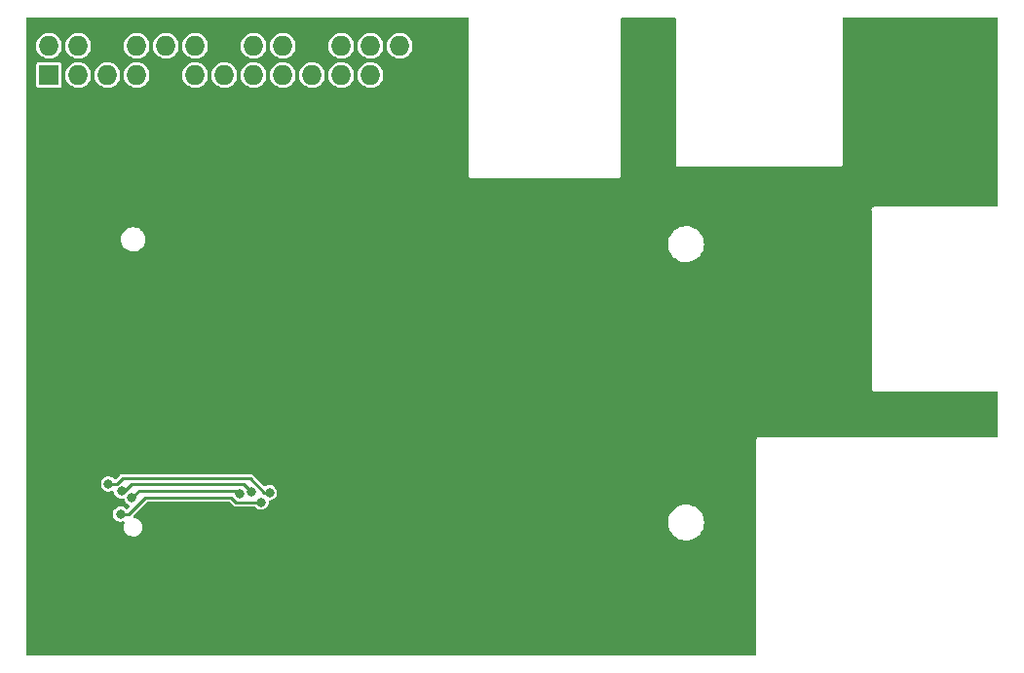
<source format=gbl>
%TF.GenerationSoftware,KiCad,Pcbnew,(5.99.0-9004-gab34d94f36)*%
%TF.CreationDate,2021-02-18T22:09:59+01:00*%
%TF.ProjectId,pi-hat-lorawan-gateway-minipci,70692d68-6174-42d6-9c6f-726177616e2d,rev?*%
%TF.SameCoordinates,PX88da2e0PYac9d740*%
%TF.FileFunction,Copper,L2,Bot*%
%TF.FilePolarity,Positive*%
%FSLAX46Y46*%
G04 Gerber Fmt 4.6, Leading zero omitted, Abs format (unit mm)*
G04 Created by KiCad (PCBNEW (5.99.0-9004-gab34d94f36)) date 2021-02-18 22:09:59*
%MOMM*%
%LPD*%
G01*
G04 APERTURE LIST*
%TA.AperFunction,ComponentPad*%
%ADD10R,1.727200X1.727200*%
%TD*%
%TA.AperFunction,ComponentPad*%
%ADD11O,1.727200X1.727200*%
%TD*%
%TA.AperFunction,ViaPad*%
%ADD12C,0.800000*%
%TD*%
%TA.AperFunction,Conductor*%
%ADD13C,0.254000*%
%TD*%
G04 APERTURE END LIST*
D10*
%TO.P,Con1,1,1*%
%TO.N,3V3*%
X-37050000Y106550000D03*
D11*
%TO.P,Con1,2,2*%
%TO.N,5V*%
X-37050000Y109090000D03*
%TO.P,Con1,3,3*%
%TO.N,/GPIO0(SDA)*%
X-34510000Y106550000D03*
%TO.P,Con1,4,4*%
%TO.N,5V*%
X-34510000Y109090000D03*
%TO.P,Con1,5,5*%
%TO.N,/GPIO1(SCL)*%
X-31970000Y106550000D03*
%TO.P,Con1,6,6*%
%TO.N,GND*%
X-31970000Y109090000D03*
%TO.P,Con1,7,7*%
%TO.N,N/C*%
X-29430000Y106550000D03*
%TO.P,Con1,8,8*%
X-29430000Y109090000D03*
%TO.P,Con1,9,9*%
%TO.N,GND*%
X-26890000Y106550000D03*
%TO.P,Con1,10,10*%
%TO.N,N/C*%
X-26890000Y109090000D03*
%TO.P,Con1,11,11*%
X-24350000Y106550000D03*
%TO.P,Con1,12,12*%
X-24350000Y109090000D03*
%TO.P,Con1,13,13*%
X-21810000Y106550000D03*
%TO.P,Con1,14,14*%
%TO.N,GND*%
X-21810000Y109090000D03*
%TO.P,Con1,15,15*%
%TO.N,N/C*%
X-19270000Y106550000D03*
%TO.P,Con1,16,16*%
%TO.N,/GPIO23*%
X-19270000Y109090000D03*
%TO.P,Con1,17,17*%
%TO.N,3V3*%
X-16730000Y106550000D03*
%TO.P,Con1,18,18*%
%TO.N,N/C*%
X-16730000Y109090000D03*
%TO.P,Con1,19,19*%
%TO.N,/GPIO10(MOSI)*%
X-14190000Y106550000D03*
%TO.P,Con1,20,20*%
%TO.N,GND*%
X-14190000Y109090000D03*
%TO.P,Con1,21,21*%
%TO.N,/GPIO9(MISO)*%
X-11650000Y106550000D03*
%TO.P,Con1,22,22*%
%TO.N,/GPIO25*%
X-11650000Y109090000D03*
%TO.P,Con1,23,23*%
%TO.N,/GPIO11(SCLK)*%
X-9110000Y106550000D03*
%TO.P,Con1,24,24*%
%TO.N,/GPIO8(CE0)*%
X-9110000Y109090000D03*
%TO.P,Con1,25,25*%
%TO.N,GND*%
X-6570000Y106550000D03*
%TO.P,Con1,26,26*%
%TO.N,N/C*%
X-6570000Y109090000D03*
%TD*%
D12*
%TO.N,GND*%
X-30190000Y95610000D03*
X-31110000Y96640000D03*
X-27490000Y65560000D03*
X-22760000Y67040000D03*
X-22140000Y65770000D03*
X-22670000Y73170000D03*
X-22520000Y75760000D03*
X-22320000Y78330000D03*
X-15680000Y88980000D03*
X-23150000Y83860000D03*
X-21840000Y85280000D03*
X-21100000Y88350000D03*
X-29490000Y101670000D03*
X-28900000Y97280000D03*
X-31730000Y90370000D03*
X-34250000Y83900000D03*
X-28720000Y86700000D03*
X-29100000Y88350000D03*
X-21740000Y68390000D03*
X-12960000Y92170000D03*
X-13380000Y86530000D03*
X-8630000Y89220000D03*
X-8780000Y96940000D03*
X-19350000Y95990000D03*
%TO.N,/GPIO11(SCLK)*%
X-17890000Y70240000D03*
X-31880000Y70990000D03*
%TO.N,/GPIO8(CE0)*%
X-30830000Y68380000D03*
X-18620000Y69410000D03*
%TO.N,/GPIO9(MISO)*%
X-19420000Y70270000D03*
X-30755595Y70372929D03*
%TO.N,/GPIO10(MOSI)*%
X-20487506Y70145655D03*
X-29840000Y69800000D03*
%TO.N,GND*%
X-27420000Y81590000D03*
X-31500224Y75500211D03*
X-14047010Y99047681D03*
X-30920000Y79040000D03*
X-23110000Y90010000D03*
X-19930000Y103080000D03*
X-23250000Y96700000D03*
X-21730000Y99710000D03*
X-18970000Y103840000D03*
X-16450000Y93140000D03*
X-26030000Y103220000D03*
X-24980000Y104130000D03*
X-22260000Y93780000D03*
X-30990000Y76790000D03*
X-29140000Y93760000D03*
%TD*%
D13*
%TO.N,/GPIO11(SCLK)*%
X-17890000Y70240000D02*
X-18340000Y70240000D01*
X-31140000Y70990000D02*
X-31880000Y70990000D01*
X-18340000Y70240000D02*
X-19580000Y71480000D01*
X-19580000Y71480000D02*
X-30650000Y71480000D01*
X-30650000Y71480000D02*
X-31140000Y70990000D01*
%TO.N,/GPIO9(MISO)*%
X-19420000Y70270000D02*
X-20100000Y70950000D01*
X-20100000Y70950000D02*
X-29860000Y70950000D01*
X-29860000Y70950000D02*
X-30437071Y70372929D01*
X-30437071Y70372929D02*
X-30755595Y70372929D01*
%TO.N,/GPIO8(CE0)*%
X-30830000Y68380000D02*
X-30120000Y68380000D01*
X-30120000Y68380000D02*
X-28670000Y69830000D01*
X-28670000Y69830000D02*
X-21200000Y69830000D01*
X-21200000Y69830000D02*
X-20780000Y69410000D01*
X-20780000Y69410000D02*
X-18620000Y69410000D01*
%TO.N,/GPIO10(MOSI)*%
X-20751851Y70410000D02*
X-20487506Y70145655D01*
X-29840000Y69800000D02*
X-29230000Y70410000D01*
X-29230000Y70410000D02*
X-20751851Y70410000D01*
%TO.N,/GPIO9(MISO)*%
X-11670000Y106530000D02*
X-11650000Y106550000D01*
%TD*%
%TA.AperFunction,Conductor*%
%TO.N,GND*%
G36*
X13929382Y111579555D02*
G01*
X15139618Y111578405D01*
X17290122Y111576361D01*
X17358221Y111556294D01*
X17404663Y111502594D01*
X17416000Y111450361D01*
X17416000Y98867547D01*
X17413579Y98842967D01*
X17411000Y98830000D01*
X17416000Y98804863D01*
X17430715Y98730885D01*
X17437609Y98720567D01*
X17437610Y98720565D01*
X17479966Y98657175D01*
X17486859Y98646859D01*
X17497175Y98639966D01*
X17560565Y98597610D01*
X17560567Y98597609D01*
X17570885Y98590715D01*
X17670000Y98571000D01*
X17682171Y98573421D01*
X17682173Y98573421D01*
X17682967Y98573579D01*
X17707547Y98576000D01*
X31642453Y98576000D01*
X31667033Y98573579D01*
X31667827Y98573421D01*
X31667829Y98573421D01*
X31680000Y98571000D01*
X31779115Y98590715D01*
X31789433Y98597609D01*
X31789435Y98597610D01*
X31852825Y98639966D01*
X31863141Y98646859D01*
X31870034Y98657175D01*
X31912390Y98720565D01*
X31912391Y98720567D01*
X31919285Y98730885D01*
X31934000Y98804863D01*
X31939000Y98830000D01*
X31936421Y98842967D01*
X31934000Y98867547D01*
X31934000Y111450000D01*
X31954002Y111518121D01*
X32007658Y111564614D01*
X32060000Y111576000D01*
X45310000Y111576000D01*
X45378121Y111555998D01*
X45424614Y111502342D01*
X45436000Y111450000D01*
X45436000Y95210000D01*
X45415998Y95141879D01*
X45362342Y95095386D01*
X45310000Y95084000D01*
X34727547Y95084000D01*
X34702967Y95086421D01*
X34702173Y95086579D01*
X34702171Y95086579D01*
X34690000Y95089000D01*
X34664863Y95084000D01*
X34590885Y95069285D01*
X34580567Y95062391D01*
X34580565Y95062390D01*
X34517175Y95020034D01*
X34506859Y95013141D01*
X34499966Y95002825D01*
X34457610Y94939435D01*
X34457609Y94939433D01*
X34450715Y94929115D01*
X34431000Y94830000D01*
X34433421Y94817829D01*
X34433421Y94817827D01*
X34433579Y94817033D01*
X34436000Y94792453D01*
X34436000Y79337547D01*
X34433579Y79312967D01*
X34431000Y79300000D01*
X34436000Y79274863D01*
X34450715Y79200885D01*
X34457609Y79190567D01*
X34457610Y79190565D01*
X34499966Y79127175D01*
X34506859Y79116859D01*
X34517175Y79109966D01*
X34580565Y79067610D01*
X34580567Y79067609D01*
X34590885Y79060715D01*
X34690000Y79041000D01*
X34702171Y79043421D01*
X34702173Y79043421D01*
X34702967Y79043579D01*
X34727547Y79046000D01*
X45310000Y79046000D01*
X45378121Y79025998D01*
X45424614Y78972342D01*
X45436000Y78920000D01*
X45436000Y75210000D01*
X45415998Y75141879D01*
X45362342Y75095386D01*
X45310000Y75084000D01*
X24727547Y75084000D01*
X24702967Y75086421D01*
X24702173Y75086579D01*
X24702171Y75086579D01*
X24690000Y75089000D01*
X24664863Y75084000D01*
X24590885Y75069285D01*
X24580567Y75062391D01*
X24580565Y75062390D01*
X24517175Y75020034D01*
X24506859Y75013141D01*
X24499966Y75002825D01*
X24457610Y74939435D01*
X24457609Y74939433D01*
X24450715Y74929115D01*
X24431000Y74830000D01*
X24433421Y74817829D01*
X24433421Y74817827D01*
X24433579Y74817033D01*
X24436000Y74792453D01*
X24436000Y56210000D01*
X24415998Y56141879D01*
X24362342Y56095386D01*
X24310000Y56084000D01*
X-38930000Y56084000D01*
X-38998121Y56104002D01*
X-39044614Y56157658D01*
X-39056000Y56210000D01*
X-39056000Y71072657D01*
X-32534300Y71072657D01*
X-32534300Y70907343D01*
X-32493188Y70747222D01*
X-32413547Y70602356D01*
X-32408123Y70596580D01*
X-32353620Y70538541D01*
X-32300381Y70481847D01*
X-32160801Y70393267D01*
X-32153262Y70390817D01*
X-32153259Y70390816D01*
X-32011116Y70344631D01*
X-32011114Y70344631D01*
X-32003578Y70342182D01*
X-31995669Y70341684D01*
X-31995667Y70341684D01*
X-31921084Y70336991D01*
X-31838590Y70331801D01*
X-31830806Y70333286D01*
X-31830804Y70333286D01*
X-31683987Y70361293D01*
X-31683986Y70361293D01*
X-31676203Y70362778D01*
X-31589456Y70403598D01*
X-31519304Y70414504D01*
X-31454391Y70385752D01*
X-31415327Y70326468D01*
X-31410803Y70305384D01*
X-31409895Y70298199D01*
X-31409895Y70290272D01*
X-31368783Y70130151D01*
X-31289142Y69985285D01*
X-31175976Y69864776D01*
X-31036396Y69776196D01*
X-31028857Y69773746D01*
X-31028854Y69773745D01*
X-30886711Y69727560D01*
X-30886709Y69727560D01*
X-30879173Y69725111D01*
X-30871264Y69724613D01*
X-30871262Y69724613D01*
X-30796679Y69719921D01*
X-30714185Y69714730D01*
X-30620152Y69732668D01*
X-30549491Y69725785D01*
X-30493768Y69681792D01*
X-30474503Y69640240D01*
X-30453188Y69557222D01*
X-30373547Y69412356D01*
X-30260381Y69291847D01*
X-30120801Y69203267D01*
X-30101586Y69197024D01*
X-30042981Y69156952D01*
X-30015344Y69091556D01*
X-30027449Y69021599D01*
X-30051427Y68988096D01*
X-30190911Y68848612D01*
X-30253223Y68814586D01*
X-30324038Y68819651D01*
X-30360321Y68840622D01*
X-30470513Y68931781D01*
X-30470517Y68931784D01*
X-30476622Y68936834D01*
X-30626203Y69007222D01*
X-30633986Y69008707D01*
X-30633987Y69008707D01*
X-30780804Y69036714D01*
X-30780806Y69036714D01*
X-30788590Y69038199D01*
X-30871084Y69033008D01*
X-30945667Y69028316D01*
X-30945669Y69028316D01*
X-30953578Y69027818D01*
X-30961114Y69025369D01*
X-30961116Y69025369D01*
X-31103259Y68979184D01*
X-31103262Y68979183D01*
X-31110801Y68976733D01*
X-31250381Y68888153D01*
X-31255808Y68882374D01*
X-31255809Y68882373D01*
X-31314709Y68819651D01*
X-31363547Y68767644D01*
X-31443188Y68622778D01*
X-31484300Y68462657D01*
X-31484300Y68297343D01*
X-31443188Y68137222D01*
X-31363547Y67992356D01*
X-31358123Y67986580D01*
X-31303620Y67928541D01*
X-31250381Y67871847D01*
X-31110801Y67783267D01*
X-31103262Y67780817D01*
X-31103259Y67780816D01*
X-30961116Y67734631D01*
X-30961114Y67734631D01*
X-30953578Y67732182D01*
X-30945669Y67731684D01*
X-30945667Y67731684D01*
X-30871084Y67726992D01*
X-30788590Y67721801D01*
X-30780806Y67723286D01*
X-30780804Y67723286D01*
X-30633990Y67751292D01*
X-30633986Y67751293D01*
X-30626203Y67752778D01*
X-30619030Y67756153D01*
X-30618425Y67756350D01*
X-30547458Y67758378D01*
X-30486660Y67721715D01*
X-30455334Y67658003D01*
X-30461088Y67593423D01*
X-30514392Y67446971D01*
X-30514393Y67446966D01*
X-30516802Y67440348D01*
X-30539421Y67261302D01*
X-30521810Y67081695D01*
X-30519586Y67075010D01*
X-30519586Y67075009D01*
X-30508639Y67042100D01*
X-30464846Y66910454D01*
X-30461199Y66904432D01*
X-30461198Y66904430D01*
X-30442833Y66874107D01*
X-30371358Y66756087D01*
X-30245995Y66626270D01*
X-30094985Y66527452D01*
X-29925836Y66464546D01*
X-29918855Y66463615D01*
X-29918853Y66463614D01*
X-29753934Y66441609D01*
X-29753930Y66441609D01*
X-29746953Y66440678D01*
X-29739942Y66441316D01*
X-29739938Y66441316D01*
X-29574248Y66456395D01*
X-29567227Y66457034D01*
X-29417302Y66505748D01*
X-29402292Y66510625D01*
X-29395592Y66512802D01*
X-29364541Y66531312D01*
X-29246629Y66601601D01*
X-29246627Y66601602D01*
X-29240577Y66605209D01*
X-29109887Y66729663D01*
X-29044044Y66828764D01*
X-29013918Y66874107D01*
X-29013917Y66874109D01*
X-29010017Y66879979D01*
X-28945932Y67048686D01*
X-28920816Y67227397D01*
X-28920500Y67250000D01*
X-28940617Y67429344D01*
X-28977831Y67536208D01*
X-28979575Y67541215D01*
X16764299Y67541215D01*
X16801704Y67293887D01*
X16803253Y67289063D01*
X16803254Y67289058D01*
X16814417Y67254290D01*
X16878170Y67055721D01*
X16880468Y67051211D01*
X16880470Y67051206D01*
X16885110Y67042100D01*
X16991732Y66832844D01*
X17139466Y66630991D01*
X17317573Y66455354D01*
X17321698Y66452422D01*
X17321701Y66452420D01*
X17336914Y66441609D01*
X17521469Y66310452D01*
X17745910Y66200014D01*
X17750749Y66198535D01*
X17750753Y66198533D01*
X17980272Y66128362D01*
X17980274Y66128362D01*
X17985120Y66126880D01*
X17990141Y66126192D01*
X17990142Y66126192D01*
X18227923Y66093620D01*
X18232946Y66092932D01*
X18305588Y66094707D01*
X18477951Y66098919D01*
X18477955Y66098919D01*
X18483012Y66099043D01*
X18728884Y66145057D01*
X18964236Y66229789D01*
X19183014Y66351059D01*
X19186992Y66354189D01*
X19186996Y66354192D01*
X19375613Y66502619D01*
X19375614Y66502620D01*
X19379589Y66505748D01*
X19548903Y66689876D01*
X19686600Y66898705D01*
X19754005Y67048686D01*
X19787065Y67122247D01*
X19787067Y67122253D01*
X19789139Y67126863D01*
X19790447Y67131744D01*
X19790449Y67131750D01*
X19852572Y67363598D01*
X19852572Y67363599D01*
X19853880Y67368480D01*
X19879158Y67617340D01*
X19879500Y67650000D01*
X19871231Y67752778D01*
X19859845Y67894294D01*
X19859844Y67894299D01*
X19859439Y67899335D01*
X19852266Y67928541D01*
X19800979Y68137341D01*
X19799772Y68142255D01*
X19749035Y68261785D01*
X19704011Y68367853D01*
X19704010Y68367855D01*
X19702034Y68372510D01*
X19568741Y68584177D01*
X19403320Y68771810D01*
X19210028Y68930582D01*
X19045144Y69026547D01*
X18998206Y69053866D01*
X18998204Y69053867D01*
X18993838Y69056408D01*
X18984673Y69059926D01*
X18765036Y69144237D01*
X18765032Y69144238D01*
X18760312Y69146050D01*
X18755362Y69147084D01*
X18755359Y69147085D01*
X18520408Y69196169D01*
X18520404Y69196169D01*
X18515457Y69197203D01*
X18265574Y69208550D01*
X18260554Y69207969D01*
X18260550Y69207969D01*
X18022122Y69180382D01*
X18017092Y69179800D01*
X18012221Y69178422D01*
X18012218Y69178421D01*
X17919493Y69152182D01*
X17776402Y69111691D01*
X17549698Y69005977D01*
X17545518Y69003136D01*
X17545514Y69003134D01*
X17347003Y68868227D01*
X17342811Y68865378D01*
X17339134Y68861901D01*
X17339128Y68861896D01*
X17180095Y68711504D01*
X17161066Y68693509D01*
X17009136Y68494794D01*
X16890932Y68274344D01*
X16809495Y68037832D01*
X16808634Y68032849D01*
X16808633Y68032844D01*
X16786420Y67904246D01*
X16766918Y67791342D01*
X16764299Y67541215D01*
X-28979575Y67541215D01*
X-28997648Y67593115D01*
X-28997650Y67593118D01*
X-28999967Y67599773D01*
X-29095600Y67752819D01*
X-29104347Y67761628D01*
X-29165458Y67823166D01*
X-29222764Y67880874D01*
X-29243910Y67894294D01*
X-29297875Y67928541D01*
X-29375139Y67977574D01*
X-29462961Y68008846D01*
X-29538515Y68035750D01*
X-29538520Y68035751D01*
X-29545150Y68038112D01*
X-29552138Y68038945D01*
X-29552141Y68038946D01*
X-29624516Y68047576D01*
X-29689789Y68075504D01*
X-29729602Y68134287D01*
X-29731314Y68205263D01*
X-29698692Y68261785D01*
X-28548882Y69411595D01*
X-28486570Y69445621D01*
X-28459787Y69448500D01*
X-21410213Y69448500D01*
X-21342092Y69428498D01*
X-21321118Y69411595D01*
X-21087130Y69177607D01*
X-21074068Y69161434D01*
X-21071515Y69158629D01*
X-21065867Y69149881D01*
X-21057692Y69143436D01*
X-21057690Y69143434D01*
X-21041161Y69130404D01*
X-21036194Y69125990D01*
X-21036159Y69126031D01*
X-21032195Y69122672D01*
X-21028520Y69118997D01*
X-21024295Y69115977D01*
X-21024293Y69115976D01*
X-21011394Y69106758D01*
X-21006648Y69103195D01*
X-20974377Y69077754D01*
X-20974374Y69077752D01*
X-20966198Y69071307D01*
X-20957518Y69068259D01*
X-20950036Y69062912D01*
X-20940056Y69059927D01*
X-20940053Y69059926D01*
X-20900692Y69048155D01*
X-20895044Y69046320D01*
X-20853930Y69031881D01*
X-20853926Y69031880D01*
X-20846451Y69029255D01*
X-20837733Y69028500D01*
X-20834992Y69028500D01*
X-20834967Y69028499D01*
X-20828441Y69026547D01*
X-20781205Y69028403D01*
X-20776259Y69028500D01*
X-19213842Y69028500D01*
X-19145721Y69008498D01*
X-19121992Y68988753D01*
X-19073236Y68936834D01*
X-19040381Y68901847D01*
X-18900801Y68813267D01*
X-18893262Y68810817D01*
X-18893259Y68810816D01*
X-18751116Y68764631D01*
X-18751114Y68764631D01*
X-18743578Y68762182D01*
X-18735669Y68761684D01*
X-18735667Y68761684D01*
X-18661084Y68756991D01*
X-18578590Y68751801D01*
X-18570806Y68753286D01*
X-18570804Y68753286D01*
X-18423987Y68781293D01*
X-18423986Y68781293D01*
X-18416203Y68782778D01*
X-18266622Y68853166D01*
X-18260517Y68858216D01*
X-18260513Y68858219D01*
X-18145353Y68953488D01*
X-18139245Y68958541D01*
X-18088912Y69027818D01*
X-18046735Y69085870D01*
X-18046734Y69085872D01*
X-18042076Y69092283D01*
X-18037755Y69103195D01*
X-17984136Y69238621D01*
X-17984136Y69238623D01*
X-17981219Y69245989D01*
X-17975962Y69287598D01*
X-17961494Y69402132D01*
X-17960500Y69410000D01*
X-17964458Y69441331D01*
X-17953152Y69511422D01*
X-17905746Y69564273D01*
X-17850377Y69581913D01*
X-17848590Y69581801D01*
X-17727886Y69604827D01*
X-17693987Y69611293D01*
X-17693986Y69611293D01*
X-17686203Y69612778D01*
X-17536622Y69683166D01*
X-17530517Y69688216D01*
X-17530513Y69688219D01*
X-17415353Y69783488D01*
X-17409245Y69788541D01*
X-17349658Y69870556D01*
X-17316735Y69915870D01*
X-17316734Y69915872D01*
X-17312076Y69922283D01*
X-17287131Y69985285D01*
X-17254136Y70068621D01*
X-17254136Y70068623D01*
X-17251219Y70075989D01*
X-17243406Y70137832D01*
X-17231494Y70232132D01*
X-17230500Y70240000D01*
X-17242160Y70332299D01*
X-17250225Y70396146D01*
X-17250226Y70396149D01*
X-17251219Y70404011D01*
X-17254136Y70411379D01*
X-17309158Y70550348D01*
X-17309159Y70550350D01*
X-17312076Y70557717D01*
X-17340311Y70596580D01*
X-17404585Y70685045D01*
X-17409245Y70691459D01*
X-17415353Y70696512D01*
X-17530513Y70791781D01*
X-17530517Y70791784D01*
X-17536622Y70796834D01*
X-17686203Y70867222D01*
X-17693986Y70868707D01*
X-17693987Y70868707D01*
X-17840804Y70896714D01*
X-17840806Y70896714D01*
X-17848590Y70898199D01*
X-17931084Y70893009D01*
X-18005667Y70888316D01*
X-18005669Y70888316D01*
X-18013578Y70887818D01*
X-18021114Y70885369D01*
X-18021116Y70885369D01*
X-18163259Y70839184D01*
X-18163262Y70839183D01*
X-18170801Y70836733D01*
X-18177496Y70832484D01*
X-18224081Y70802921D01*
X-18292315Y70783309D01*
X-18360320Y70803701D01*
X-18380689Y70820212D01*
X-19272870Y71712393D01*
X-19285932Y71728566D01*
X-19288485Y71731371D01*
X-19294133Y71740119D01*
X-19302308Y71746564D01*
X-19302310Y71746566D01*
X-19318839Y71759596D01*
X-19323805Y71764009D01*
X-19323840Y71763968D01*
X-19327803Y71767326D01*
X-19331480Y71771003D01*
X-19348630Y71783258D01*
X-19353353Y71786804D01*
X-19353975Y71787295D01*
X-19369643Y71799647D01*
X-19385625Y71812247D01*
X-19385627Y71812248D01*
X-19393802Y71818693D01*
X-19402480Y71821740D01*
X-19409963Y71827088D01*
X-19419941Y71830072D01*
X-19419945Y71830074D01*
X-19459306Y71841845D01*
X-19464954Y71843680D01*
X-19506067Y71858118D01*
X-19506070Y71858119D01*
X-19513549Y71860745D01*
X-19522267Y71861500D01*
X-19525008Y71861500D01*
X-19525032Y71861501D01*
X-19531559Y71863453D01*
X-19578794Y71861597D01*
X-19583741Y71861500D01*
X-30597150Y71861500D01*
X-30617840Y71863702D01*
X-30621616Y71863880D01*
X-30631793Y71866071D01*
X-30662269Y71862464D01*
X-30663038Y71862373D01*
X-30669665Y71861982D01*
X-30669661Y71861928D01*
X-30674840Y71861500D01*
X-30680040Y71861500D01*
X-30685166Y71860647D01*
X-30685175Y71860646D01*
X-30700795Y71858046D01*
X-30706671Y71857209D01*
X-30747490Y71852378D01*
X-30747491Y71852378D01*
X-30757830Y71851154D01*
X-30766123Y71847172D01*
X-30775194Y71845662D01*
X-30784359Y71840717D01*
X-30784364Y71840715D01*
X-30820516Y71821208D01*
X-30825809Y71818511D01*
X-30865095Y71799647D01*
X-30865099Y71799645D01*
X-30872239Y71796216D01*
X-30878938Y71790585D01*
X-30880876Y71788647D01*
X-30880895Y71788629D01*
X-30886889Y71785395D01*
X-30893957Y71777749D01*
X-30893958Y71777748D01*
X-30918980Y71750679D01*
X-30922410Y71747113D01*
X-31225108Y71444415D01*
X-31287420Y71410389D01*
X-31358235Y71415454D01*
X-31398567Y71442279D01*
X-31399245Y71441459D01*
X-31520513Y71541781D01*
X-31520517Y71541784D01*
X-31526622Y71546834D01*
X-31676203Y71617222D01*
X-31683986Y71618707D01*
X-31683987Y71618707D01*
X-31830804Y71646714D01*
X-31830806Y71646714D01*
X-31838590Y71648199D01*
X-31921084Y71643009D01*
X-31995667Y71638316D01*
X-31995669Y71638316D01*
X-32003578Y71637818D01*
X-32011114Y71635369D01*
X-32011116Y71635369D01*
X-32153259Y71589184D01*
X-32153262Y71589183D01*
X-32160801Y71586733D01*
X-32300381Y71498153D01*
X-32305808Y71492374D01*
X-32305809Y71492373D01*
X-32378041Y71415454D01*
X-32413547Y71377644D01*
X-32493188Y71232778D01*
X-32534300Y71072657D01*
X-39056000Y71072657D01*
X-39056000Y92264793D01*
X-30789397Y92264793D01*
X-30772094Y92058740D01*
X-30715098Y91859972D01*
X-30712280Y91854490D01*
X-30712279Y91854486D01*
X-30623401Y91681548D01*
X-30623398Y91681544D01*
X-30620580Y91676060D01*
X-30492141Y91514009D01*
X-30334671Y91379992D01*
X-30154170Y91279114D01*
X-29957512Y91215216D01*
X-29752188Y91190732D01*
X-29746053Y91191204D01*
X-29746051Y91191204D01*
X-29552162Y91206123D01*
X-29552158Y91206124D01*
X-29546020Y91206596D01*
X-29346859Y91262203D01*
X-29162292Y91355435D01*
X-28999348Y91482740D01*
X-28864235Y91639270D01*
X-28806323Y91741215D01*
X16764299Y91741215D01*
X16765056Y91736211D01*
X16765056Y91736208D01*
X16779717Y91639270D01*
X16801704Y91493887D01*
X16803253Y91489063D01*
X16803254Y91489058D01*
X16806501Y91478946D01*
X16878170Y91255721D01*
X16880468Y91251211D01*
X16880470Y91251206D01*
X16941721Y91130996D01*
X16991732Y91032844D01*
X17139466Y90830991D01*
X17317573Y90655354D01*
X17321698Y90652422D01*
X17321701Y90652420D01*
X17404709Y90593429D01*
X17521469Y90510452D01*
X17745910Y90400014D01*
X17750749Y90398535D01*
X17750753Y90398533D01*
X17980272Y90328362D01*
X17980274Y90328362D01*
X17985120Y90326880D01*
X17990141Y90326192D01*
X17990142Y90326192D01*
X18227923Y90293620D01*
X18232946Y90292932D01*
X18305588Y90294707D01*
X18477951Y90298919D01*
X18477955Y90298919D01*
X18483012Y90299043D01*
X18728884Y90345057D01*
X18964236Y90429789D01*
X19183014Y90551059D01*
X19186992Y90554189D01*
X19186996Y90554192D01*
X19375613Y90702619D01*
X19375614Y90702620D01*
X19379589Y90705748D01*
X19548903Y90889876D01*
X19686600Y91098705D01*
X19728171Y91191204D01*
X19787065Y91322247D01*
X19787067Y91322253D01*
X19789139Y91326863D01*
X19790447Y91331744D01*
X19790449Y91331750D01*
X19852572Y91563598D01*
X19852572Y91563599D01*
X19853880Y91568480D01*
X19879158Y91817340D01*
X19879500Y91850000D01*
X19866203Y92015269D01*
X19859845Y92094294D01*
X19859844Y92094299D01*
X19859439Y92099335D01*
X19799772Y92342255D01*
X19749074Y92461693D01*
X19704011Y92567853D01*
X19704010Y92567855D01*
X19702034Y92572510D01*
X19568741Y92784177D01*
X19522773Y92836318D01*
X19406664Y92968017D01*
X19403320Y92971810D01*
X19210028Y93130582D01*
X19076817Y93208113D01*
X18998206Y93253866D01*
X18998204Y93253867D01*
X18993838Y93256408D01*
X18910225Y93288504D01*
X18765036Y93344237D01*
X18765032Y93344238D01*
X18760312Y93346050D01*
X18755362Y93347084D01*
X18755359Y93347085D01*
X18520408Y93396169D01*
X18520404Y93396169D01*
X18515457Y93397203D01*
X18265574Y93408550D01*
X18260554Y93407969D01*
X18260550Y93407969D01*
X18022122Y93380382D01*
X18017092Y93379800D01*
X18012221Y93378422D01*
X18012218Y93378421D01*
X17901674Y93347140D01*
X17776402Y93311691D01*
X17549698Y93205977D01*
X17545518Y93203136D01*
X17545514Y93203134D01*
X17435494Y93128365D01*
X17342811Y93065378D01*
X17339134Y93061901D01*
X17339128Y93061896D01*
X17243866Y92971810D01*
X17161066Y92893509D01*
X17009136Y92694794D01*
X16890932Y92474344D01*
X16809495Y92237832D01*
X16808634Y92232849D01*
X16808633Y92232844D01*
X16786420Y92104246D01*
X16766918Y91991342D01*
X16764299Y91741215D01*
X-28806323Y91741215D01*
X-28762099Y91819063D01*
X-28752757Y91847144D01*
X-28729579Y91916819D01*
X-28696829Y92015269D01*
X-28670913Y92220417D01*
X-28670500Y92250000D01*
X-28690678Y92455791D01*
X-28750443Y92653744D01*
X-28847520Y92836318D01*
X-28897001Y92896988D01*
X-28974315Y92991785D01*
X-28974318Y92991788D01*
X-28978210Y92996560D01*
X-28995475Y93010843D01*
X-29132785Y93124436D01*
X-29132789Y93124438D01*
X-29137535Y93128365D01*
X-29319427Y93226714D01*
X-29516958Y93287860D01*
X-29523083Y93288504D01*
X-29523084Y93288504D01*
X-29716475Y93308830D01*
X-29716476Y93308830D01*
X-29722603Y93309474D01*
X-29808571Y93301650D01*
X-29922392Y93291292D01*
X-29922395Y93291291D01*
X-29928531Y93290733D01*
X-29934437Y93288995D01*
X-29934441Y93288994D01*
X-30080384Y93246040D01*
X-30126896Y93232351D01*
X-30310143Y93136552D01*
X-30471293Y93006984D01*
X-30475252Y93002266D01*
X-30475253Y93002265D01*
X-30569884Y92889489D01*
X-30604208Y92848583D01*
X-30607171Y92843194D01*
X-30607174Y92843189D01*
X-30686546Y92698810D01*
X-30703824Y92667381D01*
X-30766347Y92470282D01*
X-30767033Y92464163D01*
X-30767034Y92464160D01*
X-30780186Y92346911D01*
X-30789397Y92264793D01*
X-39056000Y92264793D01*
X-39056000Y107413600D01*
X-38173100Y107413600D01*
X-38173100Y105686400D01*
X-38153347Y105587094D01*
X-38097094Y105502906D01*
X-38012906Y105446653D01*
X-37913600Y105426900D01*
X-36186400Y105426900D01*
X-36087094Y105446653D01*
X-36002906Y105502906D01*
X-35946653Y105587094D01*
X-35926900Y105686400D01*
X-35926900Y106446259D01*
X-35628298Y106446259D01*
X-35588506Y106236665D01*
X-35509798Y106038378D01*
X-35395015Y105858551D01*
X-35248298Y105703673D01*
X-35243433Y105700183D01*
X-35243430Y105700181D01*
X-35079812Y105582826D01*
X-35074942Y105579333D01*
X-35069497Y105576823D01*
X-34894207Y105496013D01*
X-34881201Y105490017D01*
X-34875385Y105488583D01*
X-34875382Y105488582D01*
X-34757080Y105459415D01*
X-34674066Y105438948D01*
X-34668076Y105438639D01*
X-34668074Y105438639D01*
X-34593288Y105434785D01*
X-34461011Y105427969D01*
X-34455076Y105428798D01*
X-34455072Y105428798D01*
X-34277845Y105453548D01*
X-34249724Y105457475D01*
X-34047828Y105526403D01*
X-33955220Y105579333D01*
X-33867813Y105629290D01*
X-33867808Y105629293D01*
X-33862609Y105632265D01*
X-33700749Y105771240D01*
X-33568089Y105938316D01*
X-33469416Y106127463D01*
X-33408289Y106331855D01*
X-33397361Y106440372D01*
X-33396768Y106446259D01*
X-33088298Y106446259D01*
X-33048506Y106236665D01*
X-32969798Y106038378D01*
X-32855015Y105858551D01*
X-32708298Y105703673D01*
X-32703433Y105700183D01*
X-32703430Y105700181D01*
X-32539812Y105582826D01*
X-32534942Y105579333D01*
X-32529497Y105576823D01*
X-32354207Y105496013D01*
X-32341201Y105490017D01*
X-32335385Y105488583D01*
X-32335382Y105488582D01*
X-32217080Y105459415D01*
X-32134066Y105438948D01*
X-32128076Y105438639D01*
X-32128074Y105438639D01*
X-32053288Y105434785D01*
X-31921011Y105427969D01*
X-31915076Y105428798D01*
X-31915072Y105428798D01*
X-31737845Y105453548D01*
X-31709724Y105457475D01*
X-31507828Y105526403D01*
X-31415220Y105579333D01*
X-31327813Y105629290D01*
X-31327808Y105629293D01*
X-31322609Y105632265D01*
X-31160749Y105771240D01*
X-31028089Y105938316D01*
X-30929416Y106127463D01*
X-30868289Y106331855D01*
X-30857361Y106440372D01*
X-30856768Y106446259D01*
X-30548298Y106446259D01*
X-30508506Y106236665D01*
X-30429798Y106038378D01*
X-30315015Y105858551D01*
X-30168298Y105703673D01*
X-30163433Y105700183D01*
X-30163430Y105700181D01*
X-29999812Y105582826D01*
X-29994942Y105579333D01*
X-29989497Y105576823D01*
X-29814207Y105496013D01*
X-29801201Y105490017D01*
X-29795385Y105488583D01*
X-29795382Y105488582D01*
X-29677080Y105459415D01*
X-29594066Y105438948D01*
X-29588076Y105438639D01*
X-29588074Y105438639D01*
X-29513288Y105434785D01*
X-29381011Y105427969D01*
X-29375076Y105428798D01*
X-29375072Y105428798D01*
X-29197845Y105453548D01*
X-29169724Y105457475D01*
X-28967828Y105526403D01*
X-28875220Y105579333D01*
X-28787813Y105629290D01*
X-28787808Y105629293D01*
X-28782609Y105632265D01*
X-28620749Y105771240D01*
X-28488089Y105938316D01*
X-28389416Y106127463D01*
X-28328289Y106331855D01*
X-28317361Y106440372D01*
X-28316768Y106446259D01*
X-25468298Y106446259D01*
X-25428506Y106236665D01*
X-25349798Y106038378D01*
X-25235015Y105858551D01*
X-25088298Y105703673D01*
X-25083433Y105700183D01*
X-25083430Y105700181D01*
X-24919812Y105582826D01*
X-24914942Y105579333D01*
X-24909497Y105576823D01*
X-24734207Y105496013D01*
X-24721201Y105490017D01*
X-24715385Y105488583D01*
X-24715382Y105488582D01*
X-24597080Y105459415D01*
X-24514066Y105438948D01*
X-24508076Y105438639D01*
X-24508074Y105438639D01*
X-24433288Y105434785D01*
X-24301011Y105427969D01*
X-24295076Y105428798D01*
X-24295072Y105428798D01*
X-24117845Y105453548D01*
X-24089724Y105457475D01*
X-23887828Y105526403D01*
X-23795220Y105579333D01*
X-23707813Y105629290D01*
X-23707808Y105629293D01*
X-23702609Y105632265D01*
X-23540749Y105771240D01*
X-23408089Y105938316D01*
X-23309416Y106127463D01*
X-23248289Y106331855D01*
X-23237361Y106440372D01*
X-23236768Y106446259D01*
X-22928298Y106446259D01*
X-22888506Y106236665D01*
X-22809798Y106038378D01*
X-22695015Y105858551D01*
X-22548298Y105703673D01*
X-22543433Y105700183D01*
X-22543430Y105700181D01*
X-22379812Y105582826D01*
X-22374942Y105579333D01*
X-22369497Y105576823D01*
X-22194207Y105496013D01*
X-22181201Y105490017D01*
X-22175385Y105488583D01*
X-22175382Y105488582D01*
X-22057080Y105459415D01*
X-21974066Y105438948D01*
X-21968076Y105438639D01*
X-21968074Y105438639D01*
X-21893288Y105434785D01*
X-21761011Y105427969D01*
X-21755076Y105428798D01*
X-21755072Y105428798D01*
X-21577845Y105453548D01*
X-21549724Y105457475D01*
X-21347828Y105526403D01*
X-21255220Y105579333D01*
X-21167813Y105629290D01*
X-21167808Y105629293D01*
X-21162609Y105632265D01*
X-21000749Y105771240D01*
X-20868089Y105938316D01*
X-20769416Y106127463D01*
X-20708289Y106331855D01*
X-20697361Y106440372D01*
X-20696768Y106446259D01*
X-20388298Y106446259D01*
X-20348506Y106236665D01*
X-20269798Y106038378D01*
X-20155015Y105858551D01*
X-20008298Y105703673D01*
X-20003433Y105700183D01*
X-20003430Y105700181D01*
X-19839812Y105582826D01*
X-19834942Y105579333D01*
X-19829497Y105576823D01*
X-19654207Y105496013D01*
X-19641201Y105490017D01*
X-19635385Y105488583D01*
X-19635382Y105488582D01*
X-19517080Y105459415D01*
X-19434066Y105438948D01*
X-19428076Y105438639D01*
X-19428074Y105438639D01*
X-19353288Y105434785D01*
X-19221011Y105427969D01*
X-19215076Y105428798D01*
X-19215072Y105428798D01*
X-19037845Y105453548D01*
X-19009724Y105457475D01*
X-18807828Y105526403D01*
X-18715220Y105579333D01*
X-18627813Y105629290D01*
X-18627808Y105629293D01*
X-18622609Y105632265D01*
X-18460749Y105771240D01*
X-18328089Y105938316D01*
X-18229416Y106127463D01*
X-18168289Y106331855D01*
X-18157361Y106440372D01*
X-18156768Y106446259D01*
X-17848298Y106446259D01*
X-17808506Y106236665D01*
X-17729798Y106038378D01*
X-17615015Y105858551D01*
X-17468298Y105703673D01*
X-17463433Y105700183D01*
X-17463430Y105700181D01*
X-17299812Y105582826D01*
X-17294942Y105579333D01*
X-17289497Y105576823D01*
X-17114207Y105496013D01*
X-17101201Y105490017D01*
X-17095385Y105488583D01*
X-17095382Y105488582D01*
X-16977080Y105459415D01*
X-16894066Y105438948D01*
X-16888076Y105438639D01*
X-16888074Y105438639D01*
X-16813288Y105434785D01*
X-16681011Y105427969D01*
X-16675076Y105428798D01*
X-16675072Y105428798D01*
X-16497845Y105453548D01*
X-16469724Y105457475D01*
X-16267828Y105526403D01*
X-16175220Y105579333D01*
X-16087813Y105629290D01*
X-16087808Y105629293D01*
X-16082609Y105632265D01*
X-15920749Y105771240D01*
X-15788089Y105938316D01*
X-15689416Y106127463D01*
X-15628289Y106331855D01*
X-15617361Y106440372D01*
X-15616768Y106446259D01*
X-15308298Y106446259D01*
X-15268506Y106236665D01*
X-15189798Y106038378D01*
X-15075015Y105858551D01*
X-14928298Y105703673D01*
X-14923433Y105700183D01*
X-14923430Y105700181D01*
X-14759812Y105582826D01*
X-14754942Y105579333D01*
X-14749497Y105576823D01*
X-14574207Y105496013D01*
X-14561201Y105490017D01*
X-14555385Y105488583D01*
X-14555382Y105488582D01*
X-14437080Y105459415D01*
X-14354066Y105438948D01*
X-14348076Y105438639D01*
X-14348074Y105438639D01*
X-14273288Y105434785D01*
X-14141011Y105427969D01*
X-14135076Y105428798D01*
X-14135072Y105428798D01*
X-13957845Y105453548D01*
X-13929724Y105457475D01*
X-13727828Y105526403D01*
X-13635220Y105579333D01*
X-13547813Y105629290D01*
X-13547808Y105629293D01*
X-13542609Y105632265D01*
X-13380749Y105771240D01*
X-13248089Y105938316D01*
X-13149416Y106127463D01*
X-13088289Y106331855D01*
X-13077361Y106440372D01*
X-13076768Y106446259D01*
X-12768298Y106446259D01*
X-12728506Y106236665D01*
X-12649798Y106038378D01*
X-12535015Y105858551D01*
X-12388298Y105703673D01*
X-12383433Y105700183D01*
X-12383430Y105700181D01*
X-12219812Y105582826D01*
X-12214942Y105579333D01*
X-12209497Y105576823D01*
X-12034207Y105496013D01*
X-12021201Y105490017D01*
X-12015385Y105488583D01*
X-12015382Y105488582D01*
X-11897080Y105459415D01*
X-11814066Y105438948D01*
X-11808076Y105438639D01*
X-11808074Y105438639D01*
X-11733288Y105434785D01*
X-11601011Y105427969D01*
X-11595076Y105428798D01*
X-11595072Y105428798D01*
X-11417845Y105453548D01*
X-11389724Y105457475D01*
X-11187828Y105526403D01*
X-11095220Y105579333D01*
X-11007813Y105629290D01*
X-11007808Y105629293D01*
X-11002609Y105632265D01*
X-10840749Y105771240D01*
X-10708089Y105938316D01*
X-10609416Y106127463D01*
X-10548289Y106331855D01*
X-10537361Y106440372D01*
X-10536768Y106446259D01*
X-10228298Y106446259D01*
X-10188506Y106236665D01*
X-10109798Y106038378D01*
X-9995015Y105858551D01*
X-9848298Y105703673D01*
X-9843433Y105700183D01*
X-9843430Y105700181D01*
X-9679812Y105582826D01*
X-9674942Y105579333D01*
X-9669497Y105576823D01*
X-9494207Y105496013D01*
X-9481201Y105490017D01*
X-9475385Y105488583D01*
X-9475382Y105488582D01*
X-9357080Y105459415D01*
X-9274066Y105438948D01*
X-9268076Y105438639D01*
X-9268074Y105438639D01*
X-9193288Y105434785D01*
X-9061011Y105427969D01*
X-9055076Y105428798D01*
X-9055072Y105428798D01*
X-8877845Y105453548D01*
X-8849724Y105457475D01*
X-8647828Y105526403D01*
X-8555220Y105579333D01*
X-8467813Y105629290D01*
X-8467808Y105629293D01*
X-8462609Y105632265D01*
X-8300749Y105771240D01*
X-8168089Y105938316D01*
X-8069416Y106127463D01*
X-8008289Y106331855D01*
X-7997361Y106440372D01*
X-7987223Y106541056D01*
X-7987223Y106541065D01*
X-7986915Y106544119D01*
X-7986900Y106550000D01*
X-8007162Y106762373D01*
X-8067218Y106967083D01*
X-8069968Y106972423D01*
X-8162153Y107151413D01*
X-8162155Y107151416D01*
X-8164899Y107156744D01*
X-8296683Y107324512D01*
X-8457813Y107464333D01*
X-8642475Y107571163D01*
X-8717148Y107597094D01*
X-8838333Y107639177D01*
X-8838336Y107639178D01*
X-8844007Y107641147D01*
X-8987112Y107661896D01*
X-9049197Y107670898D01*
X-9049200Y107670898D01*
X-9055137Y107671759D01*
X-9268246Y107661896D01*
X-9274070Y107660492D01*
X-9274073Y107660492D01*
X-9469813Y107613318D01*
X-9469815Y107613317D01*
X-9475646Y107611912D01*
X-9481104Y107609430D01*
X-9481108Y107609429D01*
X-9560934Y107573134D01*
X-9669852Y107523612D01*
X-9758963Y107460401D01*
X-9816385Y107419668D01*
X-9843857Y107400181D01*
X-9847999Y107395854D01*
X-9987234Y107250408D01*
X-9987238Y107250403D01*
X-9991382Y107246074D01*
X-9994636Y107241035D01*
X-9994638Y107241032D01*
X-10052504Y107151413D01*
X-10107105Y107066850D01*
X-10186850Y106868978D01*
X-10187998Y106863097D01*
X-10188000Y106863092D01*
X-10206544Y106768134D01*
X-10227740Y106659595D01*
X-10228298Y106446259D01*
X-10536768Y106446259D01*
X-10527223Y106541056D01*
X-10527223Y106541065D01*
X-10526915Y106544119D01*
X-10526900Y106550000D01*
X-10547162Y106762373D01*
X-10607218Y106967083D01*
X-10609968Y106972423D01*
X-10702153Y107151413D01*
X-10702155Y107151416D01*
X-10704899Y107156744D01*
X-10836683Y107324512D01*
X-10997813Y107464333D01*
X-11182475Y107571163D01*
X-11257148Y107597094D01*
X-11378333Y107639177D01*
X-11378336Y107639178D01*
X-11384007Y107641147D01*
X-11527112Y107661896D01*
X-11589197Y107670898D01*
X-11589200Y107670898D01*
X-11595137Y107671759D01*
X-11808246Y107661896D01*
X-11814070Y107660492D01*
X-11814073Y107660492D01*
X-12009813Y107613318D01*
X-12009815Y107613317D01*
X-12015646Y107611912D01*
X-12021104Y107609430D01*
X-12021108Y107609429D01*
X-12100934Y107573134D01*
X-12209852Y107523612D01*
X-12298963Y107460401D01*
X-12356385Y107419668D01*
X-12383857Y107400181D01*
X-12387999Y107395854D01*
X-12527234Y107250408D01*
X-12527238Y107250403D01*
X-12531382Y107246074D01*
X-12534636Y107241035D01*
X-12534638Y107241032D01*
X-12592504Y107151413D01*
X-12647105Y107066850D01*
X-12726850Y106868978D01*
X-12727998Y106863097D01*
X-12728000Y106863092D01*
X-12746544Y106768134D01*
X-12767740Y106659595D01*
X-12768298Y106446259D01*
X-13076768Y106446259D01*
X-13067223Y106541056D01*
X-13067223Y106541065D01*
X-13066915Y106544119D01*
X-13066900Y106550000D01*
X-13087162Y106762373D01*
X-13147218Y106967083D01*
X-13149968Y106972423D01*
X-13242153Y107151413D01*
X-13242155Y107151416D01*
X-13244899Y107156744D01*
X-13376683Y107324512D01*
X-13537813Y107464333D01*
X-13722475Y107571163D01*
X-13797148Y107597094D01*
X-13918333Y107639177D01*
X-13918336Y107639178D01*
X-13924007Y107641147D01*
X-14067112Y107661896D01*
X-14129197Y107670898D01*
X-14129200Y107670898D01*
X-14135137Y107671759D01*
X-14348246Y107661896D01*
X-14354070Y107660492D01*
X-14354073Y107660492D01*
X-14549813Y107613318D01*
X-14549815Y107613317D01*
X-14555646Y107611912D01*
X-14561104Y107609430D01*
X-14561108Y107609429D01*
X-14640934Y107573134D01*
X-14749852Y107523612D01*
X-14838963Y107460401D01*
X-14896385Y107419668D01*
X-14923857Y107400181D01*
X-14927999Y107395854D01*
X-15067234Y107250408D01*
X-15067238Y107250403D01*
X-15071382Y107246074D01*
X-15074636Y107241035D01*
X-15074638Y107241032D01*
X-15132504Y107151413D01*
X-15187105Y107066850D01*
X-15266850Y106868978D01*
X-15267998Y106863097D01*
X-15268000Y106863092D01*
X-15286544Y106768134D01*
X-15307740Y106659595D01*
X-15308298Y106446259D01*
X-15616768Y106446259D01*
X-15607223Y106541056D01*
X-15607223Y106541065D01*
X-15606915Y106544119D01*
X-15606900Y106550000D01*
X-15627162Y106762373D01*
X-15687218Y106967083D01*
X-15689968Y106972423D01*
X-15782153Y107151413D01*
X-15782155Y107151416D01*
X-15784899Y107156744D01*
X-15916683Y107324512D01*
X-16077813Y107464333D01*
X-16262475Y107571163D01*
X-16337148Y107597094D01*
X-16458333Y107639177D01*
X-16458336Y107639178D01*
X-16464007Y107641147D01*
X-16607112Y107661896D01*
X-16669197Y107670898D01*
X-16669200Y107670898D01*
X-16675137Y107671759D01*
X-16888246Y107661896D01*
X-16894070Y107660492D01*
X-16894073Y107660492D01*
X-17089813Y107613318D01*
X-17089815Y107613317D01*
X-17095646Y107611912D01*
X-17101104Y107609430D01*
X-17101108Y107609429D01*
X-17180934Y107573134D01*
X-17289852Y107523612D01*
X-17378963Y107460401D01*
X-17436385Y107419668D01*
X-17463857Y107400181D01*
X-17467999Y107395854D01*
X-17607234Y107250408D01*
X-17607238Y107250403D01*
X-17611382Y107246074D01*
X-17614636Y107241035D01*
X-17614638Y107241032D01*
X-17672504Y107151413D01*
X-17727105Y107066850D01*
X-17806850Y106868978D01*
X-17807998Y106863097D01*
X-17808000Y106863092D01*
X-17826544Y106768134D01*
X-17847740Y106659595D01*
X-17848298Y106446259D01*
X-18156768Y106446259D01*
X-18147223Y106541056D01*
X-18147223Y106541065D01*
X-18146915Y106544119D01*
X-18146900Y106550000D01*
X-18167162Y106762373D01*
X-18227218Y106967083D01*
X-18229968Y106972423D01*
X-18322153Y107151413D01*
X-18322155Y107151416D01*
X-18324899Y107156744D01*
X-18456683Y107324512D01*
X-18617813Y107464333D01*
X-18802475Y107571163D01*
X-18877148Y107597094D01*
X-18998333Y107639177D01*
X-18998336Y107639178D01*
X-19004007Y107641147D01*
X-19147112Y107661896D01*
X-19209197Y107670898D01*
X-19209200Y107670898D01*
X-19215137Y107671759D01*
X-19428246Y107661896D01*
X-19434070Y107660492D01*
X-19434073Y107660492D01*
X-19629813Y107613318D01*
X-19629815Y107613317D01*
X-19635646Y107611912D01*
X-19641104Y107609430D01*
X-19641108Y107609429D01*
X-19720934Y107573134D01*
X-19829852Y107523612D01*
X-19918963Y107460401D01*
X-19976385Y107419668D01*
X-20003857Y107400181D01*
X-20007999Y107395854D01*
X-20147234Y107250408D01*
X-20147238Y107250403D01*
X-20151382Y107246074D01*
X-20154636Y107241035D01*
X-20154638Y107241032D01*
X-20212504Y107151413D01*
X-20267105Y107066850D01*
X-20346850Y106868978D01*
X-20347998Y106863097D01*
X-20348000Y106863092D01*
X-20366544Y106768134D01*
X-20387740Y106659595D01*
X-20388298Y106446259D01*
X-20696768Y106446259D01*
X-20687223Y106541056D01*
X-20687223Y106541065D01*
X-20686915Y106544119D01*
X-20686900Y106550000D01*
X-20707162Y106762373D01*
X-20767218Y106967083D01*
X-20769968Y106972423D01*
X-20862153Y107151413D01*
X-20862155Y107151416D01*
X-20864899Y107156744D01*
X-20996683Y107324512D01*
X-21157813Y107464333D01*
X-21342475Y107571163D01*
X-21417148Y107597094D01*
X-21538333Y107639177D01*
X-21538336Y107639178D01*
X-21544007Y107641147D01*
X-21687112Y107661896D01*
X-21749197Y107670898D01*
X-21749200Y107670898D01*
X-21755137Y107671759D01*
X-21968246Y107661896D01*
X-21974070Y107660492D01*
X-21974073Y107660492D01*
X-22169813Y107613318D01*
X-22169815Y107613317D01*
X-22175646Y107611912D01*
X-22181104Y107609430D01*
X-22181108Y107609429D01*
X-22260934Y107573134D01*
X-22369852Y107523612D01*
X-22458963Y107460401D01*
X-22516385Y107419668D01*
X-22543857Y107400181D01*
X-22547999Y107395854D01*
X-22687234Y107250408D01*
X-22687238Y107250403D01*
X-22691382Y107246074D01*
X-22694636Y107241035D01*
X-22694638Y107241032D01*
X-22752504Y107151413D01*
X-22807105Y107066850D01*
X-22886850Y106868978D01*
X-22887998Y106863097D01*
X-22888000Y106863092D01*
X-22906544Y106768134D01*
X-22927740Y106659595D01*
X-22928298Y106446259D01*
X-23236768Y106446259D01*
X-23227223Y106541056D01*
X-23227223Y106541065D01*
X-23226915Y106544119D01*
X-23226900Y106550000D01*
X-23247162Y106762373D01*
X-23307218Y106967083D01*
X-23309968Y106972423D01*
X-23402153Y107151413D01*
X-23402155Y107151416D01*
X-23404899Y107156744D01*
X-23536683Y107324512D01*
X-23697813Y107464333D01*
X-23882475Y107571163D01*
X-23957148Y107597094D01*
X-24078333Y107639177D01*
X-24078336Y107639178D01*
X-24084007Y107641147D01*
X-24227112Y107661896D01*
X-24289197Y107670898D01*
X-24289200Y107670898D01*
X-24295137Y107671759D01*
X-24508246Y107661896D01*
X-24514070Y107660492D01*
X-24514073Y107660492D01*
X-24709813Y107613318D01*
X-24709815Y107613317D01*
X-24715646Y107611912D01*
X-24721104Y107609430D01*
X-24721108Y107609429D01*
X-24800934Y107573134D01*
X-24909852Y107523612D01*
X-24998963Y107460401D01*
X-25056385Y107419668D01*
X-25083857Y107400181D01*
X-25087999Y107395854D01*
X-25227234Y107250408D01*
X-25227238Y107250403D01*
X-25231382Y107246074D01*
X-25234636Y107241035D01*
X-25234638Y107241032D01*
X-25292504Y107151413D01*
X-25347105Y107066850D01*
X-25426850Y106868978D01*
X-25427998Y106863097D01*
X-25428000Y106863092D01*
X-25446544Y106768134D01*
X-25467740Y106659595D01*
X-25468298Y106446259D01*
X-28316768Y106446259D01*
X-28307223Y106541056D01*
X-28307223Y106541065D01*
X-28306915Y106544119D01*
X-28306900Y106550000D01*
X-28327162Y106762373D01*
X-28387218Y106967083D01*
X-28389968Y106972423D01*
X-28482153Y107151413D01*
X-28482155Y107151416D01*
X-28484899Y107156744D01*
X-28616683Y107324512D01*
X-28777813Y107464333D01*
X-28962475Y107571163D01*
X-29037148Y107597094D01*
X-29158333Y107639177D01*
X-29158336Y107639178D01*
X-29164007Y107641147D01*
X-29307112Y107661896D01*
X-29369197Y107670898D01*
X-29369200Y107670898D01*
X-29375137Y107671759D01*
X-29588246Y107661896D01*
X-29594070Y107660492D01*
X-29594073Y107660492D01*
X-29789813Y107613318D01*
X-29789815Y107613317D01*
X-29795646Y107611912D01*
X-29801104Y107609430D01*
X-29801108Y107609429D01*
X-29880934Y107573134D01*
X-29989852Y107523612D01*
X-30078963Y107460401D01*
X-30136385Y107419668D01*
X-30163857Y107400181D01*
X-30167999Y107395854D01*
X-30307234Y107250408D01*
X-30307238Y107250403D01*
X-30311382Y107246074D01*
X-30314636Y107241035D01*
X-30314638Y107241032D01*
X-30372504Y107151413D01*
X-30427105Y107066850D01*
X-30506850Y106868978D01*
X-30507998Y106863097D01*
X-30508000Y106863092D01*
X-30526544Y106768134D01*
X-30547740Y106659595D01*
X-30548298Y106446259D01*
X-30856768Y106446259D01*
X-30847223Y106541056D01*
X-30847223Y106541065D01*
X-30846915Y106544119D01*
X-30846900Y106550000D01*
X-30867162Y106762373D01*
X-30927218Y106967083D01*
X-30929968Y106972423D01*
X-31022153Y107151413D01*
X-31022155Y107151416D01*
X-31024899Y107156744D01*
X-31156683Y107324512D01*
X-31317813Y107464333D01*
X-31502475Y107571163D01*
X-31577148Y107597094D01*
X-31698333Y107639177D01*
X-31698336Y107639178D01*
X-31704007Y107641147D01*
X-31847112Y107661896D01*
X-31909197Y107670898D01*
X-31909200Y107670898D01*
X-31915137Y107671759D01*
X-32128246Y107661896D01*
X-32134070Y107660492D01*
X-32134073Y107660492D01*
X-32329813Y107613318D01*
X-32329815Y107613317D01*
X-32335646Y107611912D01*
X-32341104Y107609430D01*
X-32341108Y107609429D01*
X-32420934Y107573134D01*
X-32529852Y107523612D01*
X-32618963Y107460401D01*
X-32676385Y107419668D01*
X-32703857Y107400181D01*
X-32707999Y107395854D01*
X-32847234Y107250408D01*
X-32847238Y107250403D01*
X-32851382Y107246074D01*
X-32854636Y107241035D01*
X-32854638Y107241032D01*
X-32912504Y107151413D01*
X-32967105Y107066850D01*
X-33046850Y106868978D01*
X-33047998Y106863097D01*
X-33048000Y106863092D01*
X-33066544Y106768134D01*
X-33087740Y106659595D01*
X-33088298Y106446259D01*
X-33396768Y106446259D01*
X-33387223Y106541056D01*
X-33387223Y106541065D01*
X-33386915Y106544119D01*
X-33386900Y106550000D01*
X-33407162Y106762373D01*
X-33467218Y106967083D01*
X-33469968Y106972423D01*
X-33562153Y107151413D01*
X-33562155Y107151416D01*
X-33564899Y107156744D01*
X-33696683Y107324512D01*
X-33857813Y107464333D01*
X-34042475Y107571163D01*
X-34117148Y107597094D01*
X-34238333Y107639177D01*
X-34238336Y107639178D01*
X-34244007Y107641147D01*
X-34387112Y107661896D01*
X-34449197Y107670898D01*
X-34449200Y107670898D01*
X-34455137Y107671759D01*
X-34668246Y107661896D01*
X-34674070Y107660492D01*
X-34674073Y107660492D01*
X-34869813Y107613318D01*
X-34869815Y107613317D01*
X-34875646Y107611912D01*
X-34881104Y107609430D01*
X-34881108Y107609429D01*
X-34960934Y107573134D01*
X-35069852Y107523612D01*
X-35158963Y107460401D01*
X-35216385Y107419668D01*
X-35243857Y107400181D01*
X-35247999Y107395854D01*
X-35387234Y107250408D01*
X-35387238Y107250403D01*
X-35391382Y107246074D01*
X-35394636Y107241035D01*
X-35394638Y107241032D01*
X-35452504Y107151413D01*
X-35507105Y107066850D01*
X-35586850Y106868978D01*
X-35587998Y106863097D01*
X-35588000Y106863092D01*
X-35606544Y106768134D01*
X-35627740Y106659595D01*
X-35628298Y106446259D01*
X-35926900Y106446259D01*
X-35926900Y107413600D01*
X-35946653Y107512906D01*
X-36002906Y107597094D01*
X-36021366Y107609429D01*
X-36076775Y107646452D01*
X-36087094Y107653347D01*
X-36186400Y107673100D01*
X-37913600Y107673100D01*
X-38012906Y107653347D01*
X-38023225Y107646452D01*
X-38078633Y107609429D01*
X-38097094Y107597094D01*
X-38153347Y107512906D01*
X-38173100Y107413600D01*
X-39056000Y107413600D01*
X-39056000Y108986259D01*
X-38168298Y108986259D01*
X-38128506Y108776665D01*
X-38049798Y108578378D01*
X-37935015Y108398551D01*
X-37788298Y108243673D01*
X-37783433Y108240183D01*
X-37783430Y108240181D01*
X-37684593Y108169290D01*
X-37614942Y108119333D01*
X-37421201Y108030017D01*
X-37415385Y108028583D01*
X-37415382Y108028582D01*
X-37297080Y107999415D01*
X-37214066Y107978948D01*
X-37208076Y107978639D01*
X-37208074Y107978639D01*
X-37133288Y107974785D01*
X-37001011Y107967969D01*
X-36995076Y107968798D01*
X-36995072Y107968798D01*
X-36828221Y107992099D01*
X-36789724Y107997475D01*
X-36587828Y108066403D01*
X-36495220Y108119333D01*
X-36407813Y108169290D01*
X-36407808Y108169293D01*
X-36402609Y108172265D01*
X-36240749Y108311240D01*
X-36108089Y108478316D01*
X-36009416Y108667463D01*
X-35948289Y108871855D01*
X-35937361Y108980372D01*
X-35936768Y108986259D01*
X-35628298Y108986259D01*
X-35588506Y108776665D01*
X-35509798Y108578378D01*
X-35395015Y108398551D01*
X-35248298Y108243673D01*
X-35243433Y108240183D01*
X-35243430Y108240181D01*
X-35144593Y108169290D01*
X-35074942Y108119333D01*
X-34881201Y108030017D01*
X-34875385Y108028583D01*
X-34875382Y108028582D01*
X-34757080Y107999415D01*
X-34674066Y107978948D01*
X-34668076Y107978639D01*
X-34668074Y107978639D01*
X-34593288Y107974785D01*
X-34461011Y107967969D01*
X-34455076Y107968798D01*
X-34455072Y107968798D01*
X-34288221Y107992099D01*
X-34249724Y107997475D01*
X-34047828Y108066403D01*
X-33955220Y108119333D01*
X-33867813Y108169290D01*
X-33867808Y108169293D01*
X-33862609Y108172265D01*
X-33700749Y108311240D01*
X-33568089Y108478316D01*
X-33469416Y108667463D01*
X-33408289Y108871855D01*
X-33397361Y108980372D01*
X-33396768Y108986259D01*
X-30548298Y108986259D01*
X-30508506Y108776665D01*
X-30429798Y108578378D01*
X-30315015Y108398551D01*
X-30168298Y108243673D01*
X-30163433Y108240183D01*
X-30163430Y108240181D01*
X-30064593Y108169290D01*
X-29994942Y108119333D01*
X-29801201Y108030017D01*
X-29795385Y108028583D01*
X-29795382Y108028582D01*
X-29677080Y107999415D01*
X-29594066Y107978948D01*
X-29588076Y107978639D01*
X-29588074Y107978639D01*
X-29513288Y107974785D01*
X-29381011Y107967969D01*
X-29375076Y107968798D01*
X-29375072Y107968798D01*
X-29208221Y107992099D01*
X-29169724Y107997475D01*
X-28967828Y108066403D01*
X-28875220Y108119333D01*
X-28787813Y108169290D01*
X-28787808Y108169293D01*
X-28782609Y108172265D01*
X-28620749Y108311240D01*
X-28488089Y108478316D01*
X-28389416Y108667463D01*
X-28328289Y108871855D01*
X-28317361Y108980372D01*
X-28316768Y108986259D01*
X-28008298Y108986259D01*
X-27968506Y108776665D01*
X-27889798Y108578378D01*
X-27775015Y108398551D01*
X-27628298Y108243673D01*
X-27623433Y108240183D01*
X-27623430Y108240181D01*
X-27524593Y108169290D01*
X-27454942Y108119333D01*
X-27261201Y108030017D01*
X-27255385Y108028583D01*
X-27255382Y108028582D01*
X-27137080Y107999415D01*
X-27054066Y107978948D01*
X-27048076Y107978639D01*
X-27048074Y107978639D01*
X-26973288Y107974785D01*
X-26841011Y107967969D01*
X-26835076Y107968798D01*
X-26835072Y107968798D01*
X-26668221Y107992099D01*
X-26629724Y107997475D01*
X-26427828Y108066403D01*
X-26335220Y108119333D01*
X-26247813Y108169290D01*
X-26247808Y108169293D01*
X-26242609Y108172265D01*
X-26080749Y108311240D01*
X-25948089Y108478316D01*
X-25849416Y108667463D01*
X-25788289Y108871855D01*
X-25777361Y108980372D01*
X-25776768Y108986259D01*
X-25468298Y108986259D01*
X-25428506Y108776665D01*
X-25349798Y108578378D01*
X-25235015Y108398551D01*
X-25088298Y108243673D01*
X-25083433Y108240183D01*
X-25083430Y108240181D01*
X-24984593Y108169290D01*
X-24914942Y108119333D01*
X-24721201Y108030017D01*
X-24715385Y108028583D01*
X-24715382Y108028582D01*
X-24597080Y107999415D01*
X-24514066Y107978948D01*
X-24508076Y107978639D01*
X-24508074Y107978639D01*
X-24433288Y107974785D01*
X-24301011Y107967969D01*
X-24295076Y107968798D01*
X-24295072Y107968798D01*
X-24128221Y107992099D01*
X-24089724Y107997475D01*
X-23887828Y108066403D01*
X-23795220Y108119333D01*
X-23707813Y108169290D01*
X-23707808Y108169293D01*
X-23702609Y108172265D01*
X-23540749Y108311240D01*
X-23408089Y108478316D01*
X-23309416Y108667463D01*
X-23248289Y108871855D01*
X-23237361Y108980372D01*
X-23236768Y108986259D01*
X-20388298Y108986259D01*
X-20348506Y108776665D01*
X-20269798Y108578378D01*
X-20155015Y108398551D01*
X-20008298Y108243673D01*
X-20003433Y108240183D01*
X-20003430Y108240181D01*
X-19904593Y108169290D01*
X-19834942Y108119333D01*
X-19641201Y108030017D01*
X-19635385Y108028583D01*
X-19635382Y108028582D01*
X-19517080Y107999415D01*
X-19434066Y107978948D01*
X-19428076Y107978639D01*
X-19428074Y107978639D01*
X-19353288Y107974785D01*
X-19221011Y107967969D01*
X-19215076Y107968798D01*
X-19215072Y107968798D01*
X-19048221Y107992099D01*
X-19009724Y107997475D01*
X-18807828Y108066403D01*
X-18715220Y108119333D01*
X-18627813Y108169290D01*
X-18627808Y108169293D01*
X-18622609Y108172265D01*
X-18460749Y108311240D01*
X-18328089Y108478316D01*
X-18229416Y108667463D01*
X-18168289Y108871855D01*
X-18157361Y108980372D01*
X-18156768Y108986259D01*
X-17848298Y108986259D01*
X-17808506Y108776665D01*
X-17729798Y108578378D01*
X-17615015Y108398551D01*
X-17468298Y108243673D01*
X-17463433Y108240183D01*
X-17463430Y108240181D01*
X-17364593Y108169290D01*
X-17294942Y108119333D01*
X-17101201Y108030017D01*
X-17095385Y108028583D01*
X-17095382Y108028582D01*
X-16977080Y107999415D01*
X-16894066Y107978948D01*
X-16888076Y107978639D01*
X-16888074Y107978639D01*
X-16813288Y107974785D01*
X-16681011Y107967969D01*
X-16675076Y107968798D01*
X-16675072Y107968798D01*
X-16508221Y107992099D01*
X-16469724Y107997475D01*
X-16267828Y108066403D01*
X-16175220Y108119333D01*
X-16087813Y108169290D01*
X-16087808Y108169293D01*
X-16082609Y108172265D01*
X-15920749Y108311240D01*
X-15788089Y108478316D01*
X-15689416Y108667463D01*
X-15628289Y108871855D01*
X-15617361Y108980372D01*
X-15616768Y108986259D01*
X-12768298Y108986259D01*
X-12728506Y108776665D01*
X-12649798Y108578378D01*
X-12535015Y108398551D01*
X-12388298Y108243673D01*
X-12383433Y108240183D01*
X-12383430Y108240181D01*
X-12284593Y108169290D01*
X-12214942Y108119333D01*
X-12021201Y108030017D01*
X-12015385Y108028583D01*
X-12015382Y108028582D01*
X-11897080Y107999415D01*
X-11814066Y107978948D01*
X-11808076Y107978639D01*
X-11808074Y107978639D01*
X-11733288Y107974785D01*
X-11601011Y107967969D01*
X-11595076Y107968798D01*
X-11595072Y107968798D01*
X-11428221Y107992099D01*
X-11389724Y107997475D01*
X-11187828Y108066403D01*
X-11095220Y108119333D01*
X-11007813Y108169290D01*
X-11007808Y108169293D01*
X-11002609Y108172265D01*
X-10840749Y108311240D01*
X-10708089Y108478316D01*
X-10609416Y108667463D01*
X-10548289Y108871855D01*
X-10537361Y108980372D01*
X-10536768Y108986259D01*
X-10228298Y108986259D01*
X-10188506Y108776665D01*
X-10109798Y108578378D01*
X-9995015Y108398551D01*
X-9848298Y108243673D01*
X-9843433Y108240183D01*
X-9843430Y108240181D01*
X-9744593Y108169290D01*
X-9674942Y108119333D01*
X-9481201Y108030017D01*
X-9475385Y108028583D01*
X-9475382Y108028582D01*
X-9357080Y107999415D01*
X-9274066Y107978948D01*
X-9268076Y107978639D01*
X-9268074Y107978639D01*
X-9193288Y107974785D01*
X-9061011Y107967969D01*
X-9055076Y107968798D01*
X-9055072Y107968798D01*
X-8888221Y107992099D01*
X-8849724Y107997475D01*
X-8647828Y108066403D01*
X-8555220Y108119333D01*
X-8467813Y108169290D01*
X-8467808Y108169293D01*
X-8462609Y108172265D01*
X-8300749Y108311240D01*
X-8168089Y108478316D01*
X-8069416Y108667463D01*
X-8008289Y108871855D01*
X-7997361Y108980372D01*
X-7996768Y108986259D01*
X-7688298Y108986259D01*
X-7648506Y108776665D01*
X-7569798Y108578378D01*
X-7455015Y108398551D01*
X-7308298Y108243673D01*
X-7303433Y108240183D01*
X-7303430Y108240181D01*
X-7204593Y108169290D01*
X-7134942Y108119333D01*
X-6941201Y108030017D01*
X-6935385Y108028583D01*
X-6935382Y108028582D01*
X-6817080Y107999415D01*
X-6734066Y107978948D01*
X-6728076Y107978639D01*
X-6728074Y107978639D01*
X-6653288Y107974785D01*
X-6521011Y107967969D01*
X-6515076Y107968798D01*
X-6515072Y107968798D01*
X-6348221Y107992099D01*
X-6309724Y107997475D01*
X-6107828Y108066403D01*
X-6015220Y108119333D01*
X-5927813Y108169290D01*
X-5927808Y108169293D01*
X-5922609Y108172265D01*
X-5760749Y108311240D01*
X-5628089Y108478316D01*
X-5529416Y108667463D01*
X-5468289Y108871855D01*
X-5457361Y108980372D01*
X-5447223Y109081056D01*
X-5447223Y109081065D01*
X-5446915Y109084119D01*
X-5446900Y109090000D01*
X-5467162Y109302373D01*
X-5527218Y109507083D01*
X-5529968Y109512423D01*
X-5622153Y109691413D01*
X-5622155Y109691416D01*
X-5624899Y109696744D01*
X-5756683Y109864512D01*
X-5917813Y110004333D01*
X-6102475Y110111163D01*
X-6223868Y110153318D01*
X-6298333Y110179177D01*
X-6298336Y110179178D01*
X-6304007Y110181147D01*
X-6447112Y110201896D01*
X-6509197Y110210898D01*
X-6509200Y110210898D01*
X-6515137Y110211759D01*
X-6728246Y110201896D01*
X-6734070Y110200492D01*
X-6734073Y110200492D01*
X-6929813Y110153318D01*
X-6929815Y110153317D01*
X-6935646Y110151912D01*
X-6941104Y110149430D01*
X-6941108Y110149429D01*
X-7020934Y110113134D01*
X-7129852Y110063612D01*
X-7303857Y109940181D01*
X-7307999Y109935854D01*
X-7447234Y109790408D01*
X-7447238Y109790403D01*
X-7451382Y109786074D01*
X-7454636Y109781035D01*
X-7454638Y109781032D01*
X-7512504Y109691413D01*
X-7567105Y109606850D01*
X-7646850Y109408978D01*
X-7647998Y109403097D01*
X-7648000Y109403092D01*
X-7666544Y109308134D01*
X-7687740Y109199595D01*
X-7688298Y108986259D01*
X-7996768Y108986259D01*
X-7987223Y109081056D01*
X-7987223Y109081065D01*
X-7986915Y109084119D01*
X-7986900Y109090000D01*
X-8007162Y109302373D01*
X-8067218Y109507083D01*
X-8069968Y109512423D01*
X-8162153Y109691413D01*
X-8162155Y109691416D01*
X-8164899Y109696744D01*
X-8296683Y109864512D01*
X-8457813Y110004333D01*
X-8642475Y110111163D01*
X-8763868Y110153318D01*
X-8838333Y110179177D01*
X-8838336Y110179178D01*
X-8844007Y110181147D01*
X-8987112Y110201896D01*
X-9049197Y110210898D01*
X-9049200Y110210898D01*
X-9055137Y110211759D01*
X-9268246Y110201896D01*
X-9274070Y110200492D01*
X-9274073Y110200492D01*
X-9469813Y110153318D01*
X-9469815Y110153317D01*
X-9475646Y110151912D01*
X-9481104Y110149430D01*
X-9481108Y110149429D01*
X-9560934Y110113134D01*
X-9669852Y110063612D01*
X-9843857Y109940181D01*
X-9847999Y109935854D01*
X-9987234Y109790408D01*
X-9987238Y109790403D01*
X-9991382Y109786074D01*
X-9994636Y109781035D01*
X-9994638Y109781032D01*
X-10052504Y109691413D01*
X-10107105Y109606850D01*
X-10186850Y109408978D01*
X-10187998Y109403097D01*
X-10188000Y109403092D01*
X-10206544Y109308134D01*
X-10227740Y109199595D01*
X-10228298Y108986259D01*
X-10536768Y108986259D01*
X-10527223Y109081056D01*
X-10527223Y109081065D01*
X-10526915Y109084119D01*
X-10526900Y109090000D01*
X-10547162Y109302373D01*
X-10607218Y109507083D01*
X-10609968Y109512423D01*
X-10702153Y109691413D01*
X-10702155Y109691416D01*
X-10704899Y109696744D01*
X-10836683Y109864512D01*
X-10997813Y110004333D01*
X-11182475Y110111163D01*
X-11303868Y110153318D01*
X-11378333Y110179177D01*
X-11378336Y110179178D01*
X-11384007Y110181147D01*
X-11527112Y110201896D01*
X-11589197Y110210898D01*
X-11589200Y110210898D01*
X-11595137Y110211759D01*
X-11808246Y110201896D01*
X-11814070Y110200492D01*
X-11814073Y110200492D01*
X-12009813Y110153318D01*
X-12009815Y110153317D01*
X-12015646Y110151912D01*
X-12021104Y110149430D01*
X-12021108Y110149429D01*
X-12100934Y110113134D01*
X-12209852Y110063612D01*
X-12383857Y109940181D01*
X-12387999Y109935854D01*
X-12527234Y109790408D01*
X-12527238Y109790403D01*
X-12531382Y109786074D01*
X-12534636Y109781035D01*
X-12534638Y109781032D01*
X-12592504Y109691413D01*
X-12647105Y109606850D01*
X-12726850Y109408978D01*
X-12727998Y109403097D01*
X-12728000Y109403092D01*
X-12746544Y109308134D01*
X-12767740Y109199595D01*
X-12768298Y108986259D01*
X-15616768Y108986259D01*
X-15607223Y109081056D01*
X-15607223Y109081065D01*
X-15606915Y109084119D01*
X-15606900Y109090000D01*
X-15627162Y109302373D01*
X-15687218Y109507083D01*
X-15689968Y109512423D01*
X-15782153Y109691413D01*
X-15782155Y109691416D01*
X-15784899Y109696744D01*
X-15916683Y109864512D01*
X-16077813Y110004333D01*
X-16262475Y110111163D01*
X-16383868Y110153318D01*
X-16458333Y110179177D01*
X-16458336Y110179178D01*
X-16464007Y110181147D01*
X-16607112Y110201896D01*
X-16669197Y110210898D01*
X-16669200Y110210898D01*
X-16675137Y110211759D01*
X-16888246Y110201896D01*
X-16894070Y110200492D01*
X-16894073Y110200492D01*
X-17089813Y110153318D01*
X-17089815Y110153317D01*
X-17095646Y110151912D01*
X-17101104Y110149430D01*
X-17101108Y110149429D01*
X-17180934Y110113134D01*
X-17289852Y110063612D01*
X-17463857Y109940181D01*
X-17467999Y109935854D01*
X-17607234Y109790408D01*
X-17607238Y109790403D01*
X-17611382Y109786074D01*
X-17614636Y109781035D01*
X-17614638Y109781032D01*
X-17672504Y109691413D01*
X-17727105Y109606850D01*
X-17806850Y109408978D01*
X-17807998Y109403097D01*
X-17808000Y109403092D01*
X-17826544Y109308134D01*
X-17847740Y109199595D01*
X-17848298Y108986259D01*
X-18156768Y108986259D01*
X-18147223Y109081056D01*
X-18147223Y109081065D01*
X-18146915Y109084119D01*
X-18146900Y109090000D01*
X-18167162Y109302373D01*
X-18227218Y109507083D01*
X-18229968Y109512423D01*
X-18322153Y109691413D01*
X-18322155Y109691416D01*
X-18324899Y109696744D01*
X-18456683Y109864512D01*
X-18617813Y110004333D01*
X-18802475Y110111163D01*
X-18923868Y110153318D01*
X-18998333Y110179177D01*
X-18998336Y110179178D01*
X-19004007Y110181147D01*
X-19147112Y110201896D01*
X-19209197Y110210898D01*
X-19209200Y110210898D01*
X-19215137Y110211759D01*
X-19428246Y110201896D01*
X-19434070Y110200492D01*
X-19434073Y110200492D01*
X-19629813Y110153318D01*
X-19629815Y110153317D01*
X-19635646Y110151912D01*
X-19641104Y110149430D01*
X-19641108Y110149429D01*
X-19720934Y110113134D01*
X-19829852Y110063612D01*
X-20003857Y109940181D01*
X-20007999Y109935854D01*
X-20147234Y109790408D01*
X-20147238Y109790403D01*
X-20151382Y109786074D01*
X-20154636Y109781035D01*
X-20154638Y109781032D01*
X-20212504Y109691413D01*
X-20267105Y109606850D01*
X-20346850Y109408978D01*
X-20347998Y109403097D01*
X-20348000Y109403092D01*
X-20366544Y109308134D01*
X-20387740Y109199595D01*
X-20388298Y108986259D01*
X-23236768Y108986259D01*
X-23227223Y109081056D01*
X-23227223Y109081065D01*
X-23226915Y109084119D01*
X-23226900Y109090000D01*
X-23247162Y109302373D01*
X-23307218Y109507083D01*
X-23309968Y109512423D01*
X-23402153Y109691413D01*
X-23402155Y109691416D01*
X-23404899Y109696744D01*
X-23536683Y109864512D01*
X-23697813Y110004333D01*
X-23882475Y110111163D01*
X-24003868Y110153318D01*
X-24078333Y110179177D01*
X-24078336Y110179178D01*
X-24084007Y110181147D01*
X-24227112Y110201896D01*
X-24289197Y110210898D01*
X-24289200Y110210898D01*
X-24295137Y110211759D01*
X-24508246Y110201896D01*
X-24514070Y110200492D01*
X-24514073Y110200492D01*
X-24709813Y110153318D01*
X-24709815Y110153317D01*
X-24715646Y110151912D01*
X-24721104Y110149430D01*
X-24721108Y110149429D01*
X-24800934Y110113134D01*
X-24909852Y110063612D01*
X-25083857Y109940181D01*
X-25087999Y109935854D01*
X-25227234Y109790408D01*
X-25227238Y109790403D01*
X-25231382Y109786074D01*
X-25234636Y109781035D01*
X-25234638Y109781032D01*
X-25292504Y109691413D01*
X-25347105Y109606850D01*
X-25426850Y109408978D01*
X-25427998Y109403097D01*
X-25428000Y109403092D01*
X-25446544Y109308134D01*
X-25467740Y109199595D01*
X-25468298Y108986259D01*
X-25776768Y108986259D01*
X-25767223Y109081056D01*
X-25767223Y109081065D01*
X-25766915Y109084119D01*
X-25766900Y109090000D01*
X-25787162Y109302373D01*
X-25847218Y109507083D01*
X-25849968Y109512423D01*
X-25942153Y109691413D01*
X-25942155Y109691416D01*
X-25944899Y109696744D01*
X-26076683Y109864512D01*
X-26237813Y110004333D01*
X-26422475Y110111163D01*
X-26543868Y110153318D01*
X-26618333Y110179177D01*
X-26618336Y110179178D01*
X-26624007Y110181147D01*
X-26767112Y110201896D01*
X-26829197Y110210898D01*
X-26829200Y110210898D01*
X-26835137Y110211759D01*
X-27048246Y110201896D01*
X-27054070Y110200492D01*
X-27054073Y110200492D01*
X-27249813Y110153318D01*
X-27249815Y110153317D01*
X-27255646Y110151912D01*
X-27261104Y110149430D01*
X-27261108Y110149429D01*
X-27340934Y110113134D01*
X-27449852Y110063612D01*
X-27623857Y109940181D01*
X-27627999Y109935854D01*
X-27767234Y109790408D01*
X-27767238Y109790403D01*
X-27771382Y109786074D01*
X-27774636Y109781035D01*
X-27774638Y109781032D01*
X-27832504Y109691413D01*
X-27887105Y109606850D01*
X-27966850Y109408978D01*
X-27967998Y109403097D01*
X-27968000Y109403092D01*
X-27986544Y109308134D01*
X-28007740Y109199595D01*
X-28008298Y108986259D01*
X-28316768Y108986259D01*
X-28307223Y109081056D01*
X-28307223Y109081065D01*
X-28306915Y109084119D01*
X-28306900Y109090000D01*
X-28327162Y109302373D01*
X-28387218Y109507083D01*
X-28389968Y109512423D01*
X-28482153Y109691413D01*
X-28482155Y109691416D01*
X-28484899Y109696744D01*
X-28616683Y109864512D01*
X-28777813Y110004333D01*
X-28962475Y110111163D01*
X-29083868Y110153318D01*
X-29158333Y110179177D01*
X-29158336Y110179178D01*
X-29164007Y110181147D01*
X-29307112Y110201896D01*
X-29369197Y110210898D01*
X-29369200Y110210898D01*
X-29375137Y110211759D01*
X-29588246Y110201896D01*
X-29594070Y110200492D01*
X-29594073Y110200492D01*
X-29789813Y110153318D01*
X-29789815Y110153317D01*
X-29795646Y110151912D01*
X-29801104Y110149430D01*
X-29801108Y110149429D01*
X-29880934Y110113134D01*
X-29989852Y110063612D01*
X-30163857Y109940181D01*
X-30167999Y109935854D01*
X-30307234Y109790408D01*
X-30307238Y109790403D01*
X-30311382Y109786074D01*
X-30314636Y109781035D01*
X-30314638Y109781032D01*
X-30372504Y109691413D01*
X-30427105Y109606850D01*
X-30506850Y109408978D01*
X-30507998Y109403097D01*
X-30508000Y109403092D01*
X-30526544Y109308134D01*
X-30547740Y109199595D01*
X-30548298Y108986259D01*
X-33396768Y108986259D01*
X-33387223Y109081056D01*
X-33387223Y109081065D01*
X-33386915Y109084119D01*
X-33386900Y109090000D01*
X-33407162Y109302373D01*
X-33467218Y109507083D01*
X-33469968Y109512423D01*
X-33562153Y109691413D01*
X-33562155Y109691416D01*
X-33564899Y109696744D01*
X-33696683Y109864512D01*
X-33857813Y110004333D01*
X-34042475Y110111163D01*
X-34163868Y110153318D01*
X-34238333Y110179177D01*
X-34238336Y110179178D01*
X-34244007Y110181147D01*
X-34387112Y110201896D01*
X-34449197Y110210898D01*
X-34449200Y110210898D01*
X-34455137Y110211759D01*
X-34668246Y110201896D01*
X-34674070Y110200492D01*
X-34674073Y110200492D01*
X-34869813Y110153318D01*
X-34869815Y110153317D01*
X-34875646Y110151912D01*
X-34881104Y110149430D01*
X-34881108Y110149429D01*
X-34960934Y110113134D01*
X-35069852Y110063612D01*
X-35243857Y109940181D01*
X-35247999Y109935854D01*
X-35387234Y109790408D01*
X-35387238Y109790403D01*
X-35391382Y109786074D01*
X-35394636Y109781035D01*
X-35394638Y109781032D01*
X-35452504Y109691413D01*
X-35507105Y109606850D01*
X-35586850Y109408978D01*
X-35587998Y109403097D01*
X-35588000Y109403092D01*
X-35606544Y109308134D01*
X-35627740Y109199595D01*
X-35628298Y108986259D01*
X-35936768Y108986259D01*
X-35927223Y109081056D01*
X-35927223Y109081065D01*
X-35926915Y109084119D01*
X-35926900Y109090000D01*
X-35947162Y109302373D01*
X-36007218Y109507083D01*
X-36009968Y109512423D01*
X-36102153Y109691413D01*
X-36102155Y109691416D01*
X-36104899Y109696744D01*
X-36236683Y109864512D01*
X-36397813Y110004333D01*
X-36582475Y110111163D01*
X-36703868Y110153318D01*
X-36778333Y110179177D01*
X-36778336Y110179178D01*
X-36784007Y110181147D01*
X-36927112Y110201896D01*
X-36989197Y110210898D01*
X-36989200Y110210898D01*
X-36995137Y110211759D01*
X-37208246Y110201896D01*
X-37214070Y110200492D01*
X-37214073Y110200492D01*
X-37409813Y110153318D01*
X-37409815Y110153317D01*
X-37415646Y110151912D01*
X-37421104Y110149430D01*
X-37421108Y110149429D01*
X-37500934Y110113134D01*
X-37609852Y110063612D01*
X-37783857Y109940181D01*
X-37787999Y109935854D01*
X-37927234Y109790408D01*
X-37927238Y109790403D01*
X-37931382Y109786074D01*
X-37934636Y109781035D01*
X-37934638Y109781032D01*
X-37992504Y109691413D01*
X-38047105Y109606850D01*
X-38126850Y109408978D01*
X-38127998Y109403097D01*
X-38128000Y109403092D01*
X-38146544Y109308134D01*
X-38167740Y109199595D01*
X-38168298Y108986259D01*
X-39056000Y108986259D01*
X-39056000Y111450000D01*
X-39035998Y111518121D01*
X-38982342Y111564614D01*
X-38930000Y111576000D01*
X-700000Y111576000D01*
X-631879Y111555998D01*
X-585386Y111502342D01*
X-574000Y111450000D01*
X-574000Y97877473D01*
X-576411Y97852941D01*
X-579000Y97839898D01*
X-569129Y97790377D01*
X-559285Y97740885D01*
X-559256Y97740842D01*
X-559246Y97740791D01*
X-552292Y97730392D01*
X-552290Y97730388D01*
X-531235Y97698904D01*
X-531206Y97698862D01*
X-509822Y97666857D01*
X-509820Y97666855D01*
X-503141Y97656859D01*
X-503098Y97656830D01*
X-503069Y97656787D01*
X-493099Y97650131D01*
X-493098Y97650130D01*
X-468628Y97633794D01*
X-460972Y97628683D01*
X-419115Y97600715D01*
X-419064Y97600705D01*
X-419021Y97600676D01*
X-406705Y97598231D01*
X-406704Y97598231D01*
X-394673Y97595843D01*
X-369257Y97590798D01*
X-320000Y97581000D01*
X-307829Y97583421D01*
X-307828Y97583421D01*
X-306963Y97583593D01*
X-282431Y97586015D01*
X2091117Y97586947D01*
X4413319Y97587859D01*
X7046080Y97588893D01*
X12372480Y97590985D01*
X12397109Y97588564D01*
X12410000Y97586000D01*
X12422171Y97588421D01*
X12435187Y97591010D01*
X12435237Y97591010D01*
X12459485Y97595843D01*
X12496809Y97603267D01*
X12496810Y97603267D01*
X12509115Y97605715D01*
X12509158Y97605744D01*
X12509209Y97605754D01*
X12519605Y97612706D01*
X12519609Y97612708D01*
X12551096Y97633765D01*
X12551138Y97633794D01*
X12583143Y97655178D01*
X12583145Y97655180D01*
X12593141Y97661859D01*
X12593170Y97661902D01*
X12593213Y97661931D01*
X12621317Y97704028D01*
X12649285Y97745885D01*
X12649295Y97745936D01*
X12649324Y97745979D01*
X12659162Y97795541D01*
X12664000Y97819863D01*
X12664000Y97819913D01*
X12669000Y97845102D01*
X12666431Y97857991D01*
X12664000Y97882621D01*
X12664000Y111454638D01*
X12684002Y111522759D01*
X12737658Y111569252D01*
X12790120Y111580638D01*
X13929382Y111579555D01*
G37*
%TD.AperFunction*%
%TD*%
M02*

</source>
